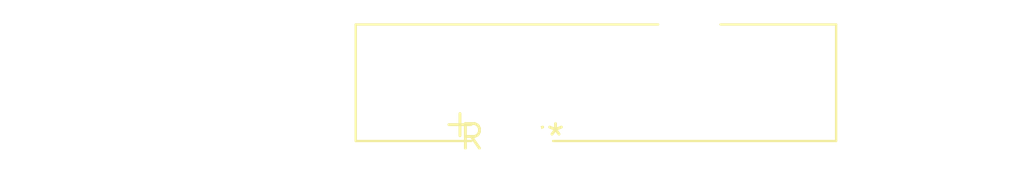
<source format=kicad_pcb>
(kicad_pcb (version 20240108) (generator pcbnew)
  (layers (0 "F.Cu" signal) (31 "B.Cu" signal) (34 "B.Paste" user) (35 "F.Paste" user) (36 "B.SilkS" user "B.Silkscreen") (37 "F.SilkS" user "F.Silkscreen") (38 "B.Mask" user) (39 "F.Mask" user) (44 "Edge.Cuts" user))
  (net 0 "")
  (footprint "Battery_Panasonic_CR2450-VAN_Vertical_CircularHoles" (layer "F.Cu") (at 0 0)
    (property "Reference" "REF**")
    (property "Value" "Battery_Panasonic_CR2450-VAN_Vertical_CircularHoles")
    (fp_line (start -8.085 -5.81) (end -8.085 0.21) (layer "F.SilkS") (stroke (width 0.12)))
    (fp_line (start -8.085 -5.81) (end 7.54 -5.81) (layer "F.SilkS") (stroke (width 0.12)))
    (fp_line (start -8.085 0.21) (end -2.11 0.21) (layer "F.SilkS") (stroke (width 0.12)))
    (fp_line (start 2.11 0.21) (end 16.735 0.21) (layer "F.SilkS") (stroke (width 0.12)))
    (fp_line (start 10.76 -5.81) (end 16.735 -5.81) (layer "F.SilkS") (stroke (width 0.12)))
    (fp_line (start 16.735 -5.81) (end 16.735 0.21) (layer "F.SilkS") (stroke (width 0.12)))
    (fp_text user "+" (at -2.7 -0.75 0) (layer "F.SilkS") (effects (font (size 1.5 1.5))))
    (pad "1" thru_hole rect (at 0 0) (size 3.7 3.7) (drill 3.12) (layers *.Cu *.Mask) (remove_unused_layers))
    (pad "2" thru_hole circle (at 9.15 -5.6) (size 2.7 2.7) (drill 2.12) (layers *.Cu *.Mask) (remove_unused_layers))
  )
)
</source>
